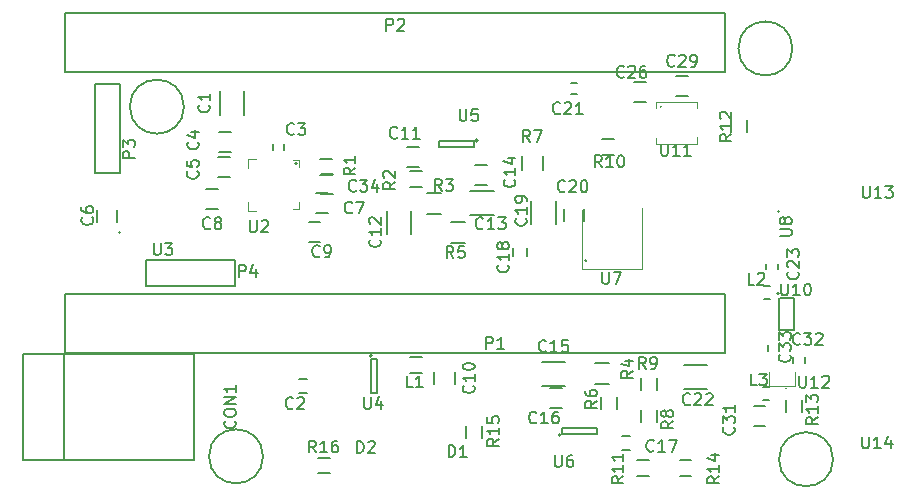
<source format=gto>
G04 #@! TF.FileFunction,Legend,Top*
%FSLAX46Y46*%
G04 Gerber Fmt 4.6, Leading zero omitted, Abs format (unit mm)*
G04 Created by KiCad (PCBNEW 4.0.0-rc1-stable) date 29/02/2016 1:35:43 AM*
%MOMM*%
G01*
G04 APERTURE LIST*
%ADD10C,0.100000*%
%ADD11C,0.150000*%
%ADD12C,0.050000*%
G04 APERTURE END LIST*
D10*
D11*
X92150000Y-80355000D02*
X92650000Y-80355000D01*
X92650000Y-79305000D02*
X92150000Y-79305000D01*
X59047100Y-76645400D02*
G75*
G03X59047100Y-76645400I-100000J0D01*
G01*
X59497100Y-76895400D02*
X58997100Y-76895400D01*
X59497100Y-79795400D02*
X59497100Y-76895400D01*
X58997100Y-79795400D02*
X59497100Y-79795400D01*
X58997100Y-76895400D02*
X58997100Y-79795400D01*
X68020000Y-58430000D02*
G75*
G03X68020000Y-58430000I-100000J0D01*
G01*
X67670000Y-58980000D02*
X67670000Y-58480000D01*
X64770000Y-58980000D02*
X67670000Y-58980000D01*
X64770000Y-58480000D02*
X64770000Y-58980000D01*
X67670000Y-58480000D02*
X64770000Y-58480000D01*
X75025200Y-83353240D02*
G75*
G03X75025200Y-83353240I-100000J0D01*
G01*
X75175200Y-82803240D02*
X75175200Y-83303240D01*
X78075200Y-82803240D02*
X75175200Y-82803240D01*
X78075200Y-83303240D02*
X78075200Y-82803240D01*
X75175200Y-83303240D02*
X78075200Y-83303240D01*
X37765442Y-66217800D02*
G75*
G03X37765442Y-66217800I-71842J0D01*
G01*
D12*
X86541800Y-55156600D02*
X86541800Y-55690000D01*
X83112800Y-55156600D02*
X83112800Y-55690000D01*
X83112800Y-58687200D02*
X83112800Y-58179200D01*
X86541800Y-58687200D02*
X86541800Y-58153800D01*
X83112800Y-55156600D02*
X86541800Y-55156600D01*
X86541800Y-58687200D02*
X83112800Y-58687200D01*
D11*
X83550596Y-55563000D02*
G75*
G03X83550596Y-55563000I-56796J0D01*
G01*
D12*
X76807060Y-64335660D02*
X76807060Y-69250560D01*
X76819760Y-69263260D02*
X81925160Y-69263260D01*
X81925160Y-69263260D02*
X81925160Y-64170560D01*
D11*
X77221802Y-68590160D02*
G75*
G03X77221802Y-68590160I-71842J0D01*
G01*
D12*
X48602900Y-60716500D02*
X48602900Y-60032900D01*
X48602900Y-60032900D02*
X49236500Y-60032900D01*
X49236500Y-64376300D02*
X48602900Y-64376300D01*
X48602900Y-64376300D02*
X48602900Y-63666500D01*
X52857400Y-63666500D02*
X52857400Y-64249300D01*
X52857400Y-64249300D02*
X52349400Y-64249300D01*
X52857400Y-60680600D02*
X52857400Y-60071000D01*
X52857400Y-60071000D02*
X52362100Y-60071000D01*
D11*
X52687942Y-60363100D02*
G75*
G03X52687942Y-60363100I-71842J0D01*
G01*
D12*
X94854400Y-78035000D02*
X94854400Y-79190700D01*
X94854400Y-79190700D02*
X92644600Y-79190700D01*
X92644600Y-79190700D02*
X92644600Y-78035000D01*
D11*
X94102921Y-79393900D02*
G75*
G03X94102921Y-79393900I-35921J0D01*
G01*
X93563942Y-64433400D02*
G75*
G03X93563942Y-64433400I-71842J0D01*
G01*
X37770000Y-53680000D02*
X37770000Y-61180000D01*
X37770000Y-61180000D02*
X35570000Y-61180000D01*
X35570000Y-61180000D02*
X35570000Y-53680000D01*
X35570000Y-53680000D02*
X37770000Y-53680000D01*
X47450000Y-70710000D02*
X39950000Y-70710000D01*
X39950000Y-70710000D02*
X39950000Y-68510000D01*
X39950000Y-68510000D02*
X47450000Y-68510000D01*
X47450000Y-68510000D02*
X47450000Y-70710000D01*
X79550000Y-59665000D02*
X78550000Y-59665000D01*
X78550000Y-58315000D02*
X79550000Y-58315000D01*
X89445000Y-57700000D02*
X89445000Y-56700000D01*
X90795000Y-56700000D02*
X90795000Y-57700000D01*
X45029500Y-64223000D02*
X46029500Y-64223000D01*
X46029500Y-62523000D02*
X45029500Y-62523000D01*
X80202040Y-83459080D02*
X80902040Y-83459080D01*
X80902040Y-84659080D02*
X80202040Y-84659080D01*
X87439760Y-77451160D02*
X85439760Y-77451160D01*
X85439760Y-79501160D02*
X87439760Y-79501160D01*
X83203160Y-81278160D02*
X83203160Y-82278160D01*
X81853160Y-82278160D02*
X81853160Y-81278160D01*
X81878560Y-79550200D02*
X81878560Y-78550200D01*
X83228560Y-78550200D02*
X83228560Y-79550200D01*
X94735000Y-76750000D02*
X94735000Y-77250000D01*
X95685000Y-77250000D02*
X95685000Y-76750000D01*
X75950000Y-54465000D02*
X76450000Y-54465000D01*
X76450000Y-53515000D02*
X75950000Y-53515000D01*
X95475000Y-80390000D02*
X95475000Y-81390000D01*
X94125000Y-81390000D02*
X94125000Y-80390000D01*
X53550000Y-79840000D02*
X52850000Y-79840000D01*
X52850000Y-78640000D02*
X53550000Y-78640000D01*
X46090000Y-59400000D02*
X47090000Y-59400000D01*
X47090000Y-57700000D02*
X46090000Y-57700000D01*
X46000000Y-61540000D02*
X47000000Y-61540000D01*
X47000000Y-59840000D02*
X46000000Y-59840000D01*
X37510000Y-65350000D02*
X37510000Y-64350000D01*
X35810000Y-64350000D02*
X35810000Y-65350000D01*
X54330000Y-64600000D02*
X55330000Y-64600000D01*
X55330000Y-62900000D02*
X54330000Y-62900000D01*
X53700000Y-67010000D02*
X54700000Y-67010000D01*
X54700000Y-65310000D02*
X53700000Y-65310000D01*
X66050000Y-79030000D02*
X66050000Y-78030000D01*
X64350000Y-78030000D02*
X64350000Y-79030000D01*
X63060200Y-58967000D02*
X62060200Y-58967000D01*
X62060200Y-60667000D02*
X63060200Y-60667000D01*
X60316000Y-64379600D02*
X60316000Y-66379600D01*
X62366000Y-66379600D02*
X62366000Y-64379600D01*
X67810000Y-62220000D02*
X68810000Y-62220000D01*
X68810000Y-60520000D02*
X67810000Y-60520000D01*
X75144000Y-79383840D02*
X74144000Y-79383840D01*
X74144000Y-81083840D02*
X75144000Y-81083840D01*
X72189900Y-67506100D02*
X72189900Y-68206100D01*
X70989900Y-68206100D02*
X70989900Y-67506100D01*
X77000000Y-65210000D02*
X77000000Y-64210000D01*
X75300000Y-64210000D02*
X75300000Y-65210000D01*
X92455000Y-68840000D02*
X92455000Y-69340000D01*
X93405000Y-69340000D02*
X93405000Y-68840000D01*
X92370000Y-80870000D02*
X91370000Y-80870000D01*
X91370000Y-82570000D02*
X92370000Y-82570000D01*
X92575000Y-75750000D02*
X92575000Y-76250000D01*
X93525000Y-76250000D02*
X93525000Y-75750000D01*
X55650000Y-61315000D02*
X54650000Y-61315000D01*
X54650000Y-59965000D02*
X55650000Y-59965000D01*
X62288800Y-61047000D02*
X63288800Y-61047000D01*
X63288800Y-62397000D02*
X62288800Y-62397000D01*
X64920000Y-64635000D02*
X63720000Y-64635000D01*
X63720000Y-62885000D02*
X64920000Y-62885000D01*
X77925120Y-77265880D02*
X79125120Y-77265880D01*
X79125120Y-79015880D02*
X77925120Y-79015880D01*
X66930000Y-67095000D02*
X65730000Y-67095000D01*
X65730000Y-65345000D02*
X66930000Y-65345000D01*
X78439400Y-81140240D02*
X78439400Y-80140240D01*
X79789400Y-80140240D02*
X79789400Y-81140240D01*
X73545000Y-59750000D02*
X73545000Y-60950000D01*
X71795000Y-60950000D02*
X71795000Y-59750000D01*
X92720000Y-70755000D02*
X92220000Y-70755000D01*
X92220000Y-71805000D02*
X92720000Y-71805000D01*
X94656000Y-50630000D02*
G75*
G03X94656000Y-50630000I-2286000J0D01*
G01*
X98096000Y-85410000D02*
G75*
G03X98096000Y-85410000I-2286000J0D01*
G01*
X43136000Y-55560000D02*
G75*
G03X43136000Y-55560000I-2286000J0D01*
G01*
X49836000Y-85160000D02*
G75*
G03X49836000Y-85160000I-2286000J0D01*
G01*
X88960000Y-76398000D02*
X76260000Y-76398000D01*
X76260000Y-71398000D02*
X88960000Y-71398000D01*
X33080000Y-76398000D02*
X76260000Y-76398000D01*
X88960000Y-76398000D02*
X88960000Y-71398000D01*
X76260000Y-71398000D02*
X33080000Y-71398000D01*
X33080000Y-71398000D02*
X33080000Y-76398000D01*
X88950000Y-52598000D02*
X76250000Y-52598000D01*
X76250000Y-47598000D02*
X88950000Y-47598000D01*
X33070000Y-52598000D02*
X76250000Y-52598000D01*
X88950000Y-52598000D02*
X88950000Y-47598000D01*
X76250000Y-47598000D02*
X33070000Y-47598000D01*
X33070000Y-47598000D02*
X33070000Y-52598000D01*
X81250000Y-55200000D02*
X82250000Y-55200000D01*
X82250000Y-53500000D02*
X81250000Y-53500000D01*
X85820000Y-52960000D02*
X84820000Y-52960000D01*
X84820000Y-54660000D02*
X85820000Y-54660000D01*
X32989500Y-76469120D02*
X32989500Y-85470880D01*
X29489380Y-76469120D02*
X29489380Y-85470880D01*
X29489380Y-85470880D02*
X43990240Y-85470880D01*
X43990240Y-85470880D02*
X43990240Y-76469120D01*
X43990240Y-76469120D02*
X29489380Y-76469120D01*
X50685000Y-58710000D02*
X50685000Y-59210000D01*
X51635000Y-59210000D02*
X51635000Y-58710000D01*
X54730000Y-62970000D02*
X55730000Y-62970000D01*
X55730000Y-61270000D02*
X54730000Y-61270000D01*
X81540000Y-85515000D02*
X82540000Y-85515000D01*
X82540000Y-86865000D02*
X81540000Y-86865000D01*
X85100000Y-85495000D02*
X86100000Y-85495000D01*
X86100000Y-86845000D02*
X85100000Y-86845000D01*
X93510642Y-71370100D02*
G75*
G03X93510642Y-71370100I-71842J0D01*
G01*
X93578500Y-71801900D02*
X94785000Y-71801900D01*
X94785000Y-71801900D02*
X94785000Y-74481600D01*
X94785000Y-74481600D02*
X93515000Y-74481600D01*
X93515000Y-74481600D02*
X93515000Y-71789200D01*
X63265000Y-78067900D02*
X62265000Y-78067900D01*
X62265000Y-76717900D02*
X63265000Y-76717900D01*
X46175000Y-54250000D02*
X46175000Y-56250000D01*
X48225000Y-56250000D02*
X48225000Y-54250000D01*
X67360000Y-64725000D02*
X69360000Y-64725000D01*
X69360000Y-62675000D02*
X67360000Y-62675000D01*
X75430000Y-77145000D02*
X73430000Y-77145000D01*
X73430000Y-79195000D02*
X75430000Y-79195000D01*
X74605000Y-65510000D02*
X74605000Y-63510000D01*
X72555000Y-63510000D02*
X72555000Y-65510000D01*
X67035000Y-83620000D02*
X67035000Y-82620000D01*
X68385000Y-82620000D02*
X68385000Y-83620000D01*
X55490000Y-86615000D02*
X54490000Y-86615000D01*
X54490000Y-85265000D02*
X55490000Y-85265000D01*
X91623334Y-79152381D02*
X91147143Y-79152381D01*
X91147143Y-78152381D01*
X91861429Y-78152381D02*
X92480477Y-78152381D01*
X92147143Y-78533333D01*
X92290001Y-78533333D01*
X92385239Y-78580952D01*
X92432858Y-78628571D01*
X92480477Y-78723810D01*
X92480477Y-78961905D01*
X92432858Y-79057143D01*
X92385239Y-79104762D01*
X92290001Y-79152381D01*
X92004286Y-79152381D01*
X91909048Y-79104762D01*
X91861429Y-79057143D01*
X58388095Y-80142381D02*
X58388095Y-80951905D01*
X58435714Y-81047143D01*
X58483333Y-81094762D01*
X58578571Y-81142381D01*
X58769048Y-81142381D01*
X58864286Y-81094762D01*
X58911905Y-81047143D01*
X58959524Y-80951905D01*
X58959524Y-80142381D01*
X59864286Y-80475714D02*
X59864286Y-81142381D01*
X59626190Y-80094762D02*
X59388095Y-80809048D01*
X60007143Y-80809048D01*
X66474095Y-55769381D02*
X66474095Y-56578905D01*
X66521714Y-56674143D01*
X66569333Y-56721762D01*
X66664571Y-56769381D01*
X66855048Y-56769381D01*
X66950286Y-56721762D01*
X66997905Y-56674143D01*
X67045524Y-56578905D01*
X67045524Y-55769381D01*
X67997905Y-55769381D02*
X67521714Y-55769381D01*
X67474095Y-56245571D01*
X67521714Y-56197952D01*
X67616952Y-56150333D01*
X67855048Y-56150333D01*
X67950286Y-56197952D01*
X67997905Y-56245571D01*
X68045524Y-56340810D01*
X68045524Y-56578905D01*
X67997905Y-56674143D01*
X67950286Y-56721762D01*
X67855048Y-56769381D01*
X67616952Y-56769381D01*
X67521714Y-56721762D01*
X67474095Y-56674143D01*
X74538095Y-85062381D02*
X74538095Y-85871905D01*
X74585714Y-85967143D01*
X74633333Y-86014762D01*
X74728571Y-86062381D01*
X74919048Y-86062381D01*
X75014286Y-86014762D01*
X75061905Y-85967143D01*
X75109524Y-85871905D01*
X75109524Y-85062381D01*
X76014286Y-85062381D02*
X75823809Y-85062381D01*
X75728571Y-85110000D01*
X75680952Y-85157619D01*
X75585714Y-85300476D01*
X75538095Y-85490952D01*
X75538095Y-85871905D01*
X75585714Y-85967143D01*
X75633333Y-86014762D01*
X75728571Y-86062381D01*
X75919048Y-86062381D01*
X76014286Y-86014762D01*
X76061905Y-85967143D01*
X76109524Y-85871905D01*
X76109524Y-85633810D01*
X76061905Y-85538571D01*
X76014286Y-85490952D01*
X75919048Y-85443333D01*
X75728571Y-85443333D01*
X75633333Y-85490952D01*
X75585714Y-85538571D01*
X75538095Y-85633810D01*
X40589295Y-67117981D02*
X40589295Y-67927505D01*
X40636914Y-68022743D01*
X40684533Y-68070362D01*
X40779771Y-68117981D01*
X40970248Y-68117981D01*
X41065486Y-68070362D01*
X41113105Y-68022743D01*
X41160724Y-67927505D01*
X41160724Y-67117981D01*
X41541676Y-67117981D02*
X42160724Y-67117981D01*
X41827390Y-67498933D01*
X41970248Y-67498933D01*
X42065486Y-67546552D01*
X42113105Y-67594171D01*
X42160724Y-67689410D01*
X42160724Y-67927505D01*
X42113105Y-68022743D01*
X42065486Y-68070362D01*
X41970248Y-68117981D01*
X41684533Y-68117981D01*
X41589295Y-68070362D01*
X41541676Y-68022743D01*
X83538395Y-58714591D02*
X83538395Y-59524115D01*
X83586014Y-59619353D01*
X83633633Y-59666972D01*
X83728871Y-59714591D01*
X83919348Y-59714591D01*
X84014586Y-59666972D01*
X84062205Y-59619353D01*
X84109824Y-59524115D01*
X84109824Y-58714591D01*
X85109824Y-59714591D02*
X84538395Y-59714591D01*
X84824109Y-59714591D02*
X84824109Y-58714591D01*
X84728871Y-58857448D01*
X84633633Y-58952686D01*
X84538395Y-59000305D01*
X86062205Y-59714591D02*
X85490776Y-59714591D01*
X85776490Y-59714591D02*
X85776490Y-58714591D01*
X85681252Y-58857448D01*
X85586014Y-58952686D01*
X85490776Y-59000305D01*
X78562295Y-69558921D02*
X78562295Y-70368445D01*
X78609914Y-70463683D01*
X78657533Y-70511302D01*
X78752771Y-70558921D01*
X78943248Y-70558921D01*
X79038486Y-70511302D01*
X79086105Y-70463683D01*
X79133724Y-70368445D01*
X79133724Y-69558921D01*
X79514676Y-69558921D02*
X80181343Y-69558921D01*
X79752771Y-70558921D01*
X48717295Y-65187581D02*
X48717295Y-65997105D01*
X48764914Y-66092343D01*
X48812533Y-66139962D01*
X48907771Y-66187581D01*
X49098248Y-66187581D01*
X49193486Y-66139962D01*
X49241105Y-66092343D01*
X49288724Y-65997105D01*
X49288724Y-65187581D01*
X49717295Y-65282819D02*
X49764914Y-65235200D01*
X49860152Y-65187581D01*
X50098248Y-65187581D01*
X50193486Y-65235200D01*
X50241105Y-65282819D01*
X50288724Y-65378057D01*
X50288724Y-65473295D01*
X50241105Y-65616152D01*
X49669676Y-66187581D01*
X50288724Y-66187581D01*
X95241905Y-78352381D02*
X95241905Y-79161905D01*
X95289524Y-79257143D01*
X95337143Y-79304762D01*
X95432381Y-79352381D01*
X95622858Y-79352381D01*
X95718096Y-79304762D01*
X95765715Y-79257143D01*
X95813334Y-79161905D01*
X95813334Y-78352381D01*
X96813334Y-79352381D02*
X96241905Y-79352381D01*
X96527619Y-79352381D02*
X96527619Y-78352381D01*
X96432381Y-78495238D01*
X96337143Y-78590476D01*
X96241905Y-78638095D01*
X97194286Y-78447619D02*
X97241905Y-78400000D01*
X97337143Y-78352381D01*
X97575239Y-78352381D01*
X97670477Y-78400000D01*
X97718096Y-78447619D01*
X97765715Y-78542857D01*
X97765715Y-78638095D01*
X97718096Y-78780952D01*
X97146667Y-79352381D01*
X97765715Y-79352381D01*
X93597381Y-66506905D02*
X94406905Y-66506905D01*
X94502143Y-66459286D01*
X94549762Y-66411667D01*
X94597381Y-66316429D01*
X94597381Y-66125952D01*
X94549762Y-66030714D01*
X94502143Y-65983095D01*
X94406905Y-65935476D01*
X93597381Y-65935476D01*
X94025952Y-65316429D02*
X93978333Y-65411667D01*
X93930714Y-65459286D01*
X93835476Y-65506905D01*
X93787857Y-65506905D01*
X93692619Y-65459286D01*
X93645000Y-65411667D01*
X93597381Y-65316429D01*
X93597381Y-65125952D01*
X93645000Y-65030714D01*
X93692619Y-64983095D01*
X93787857Y-64935476D01*
X93835476Y-64935476D01*
X93930714Y-64983095D01*
X93978333Y-65030714D01*
X94025952Y-65125952D01*
X94025952Y-65316429D01*
X94073571Y-65411667D01*
X94121190Y-65459286D01*
X94216429Y-65506905D01*
X94406905Y-65506905D01*
X94502143Y-65459286D01*
X94549762Y-65411667D01*
X94597381Y-65316429D01*
X94597381Y-65125952D01*
X94549762Y-65030714D01*
X94502143Y-64983095D01*
X94406905Y-64935476D01*
X94216429Y-64935476D01*
X94121190Y-64983095D01*
X94073571Y-65030714D01*
X94025952Y-65125952D01*
X100565505Y-83488781D02*
X100565505Y-84298305D01*
X100613124Y-84393543D01*
X100660743Y-84441162D01*
X100755981Y-84488781D01*
X100946458Y-84488781D01*
X101041696Y-84441162D01*
X101089315Y-84393543D01*
X101136934Y-84298305D01*
X101136934Y-83488781D01*
X102136934Y-84488781D02*
X101565505Y-84488781D01*
X101851219Y-84488781D02*
X101851219Y-83488781D01*
X101755981Y-83631638D01*
X101660743Y-83726876D01*
X101565505Y-83774495D01*
X102994077Y-83822114D02*
X102994077Y-84488781D01*
X102755981Y-83441162D02*
X102517886Y-84155448D01*
X103136934Y-84155448D01*
X100625505Y-62272381D02*
X100625505Y-63081905D01*
X100673124Y-63177143D01*
X100720743Y-63224762D01*
X100815981Y-63272381D01*
X101006458Y-63272381D01*
X101101696Y-63224762D01*
X101149315Y-63177143D01*
X101196934Y-63081905D01*
X101196934Y-62272381D01*
X102196934Y-63272381D02*
X101625505Y-63272381D01*
X101911219Y-63272381D02*
X101911219Y-62272381D01*
X101815981Y-62415238D01*
X101720743Y-62510476D01*
X101625505Y-62558095D01*
X102530267Y-62272381D02*
X103149315Y-62272381D01*
X102815981Y-62653333D01*
X102958839Y-62653333D01*
X103054077Y-62700952D01*
X103101696Y-62748571D01*
X103149315Y-62843810D01*
X103149315Y-63081905D01*
X103101696Y-63177143D01*
X103054077Y-63224762D01*
X102958839Y-63272381D01*
X102673124Y-63272381D01*
X102577886Y-63224762D01*
X102530267Y-63177143D01*
X38989281Y-59895295D02*
X37989281Y-59895295D01*
X37989281Y-59514342D01*
X38036900Y-59419104D01*
X38084519Y-59371485D01*
X38179757Y-59323866D01*
X38322614Y-59323866D01*
X38417852Y-59371485D01*
X38465471Y-59419104D01*
X38513090Y-59514342D01*
X38513090Y-59895295D01*
X37989281Y-58990533D02*
X37989281Y-58371485D01*
X38370233Y-58704819D01*
X38370233Y-58561961D01*
X38417852Y-58466723D01*
X38465471Y-58419104D01*
X38560710Y-58371485D01*
X38798805Y-58371485D01*
X38894043Y-58419104D01*
X38941662Y-58466723D01*
X38989281Y-58561961D01*
X38989281Y-58847676D01*
X38941662Y-58942914D01*
X38894043Y-58990533D01*
X47821905Y-69962381D02*
X47821905Y-68962381D01*
X48202858Y-68962381D01*
X48298096Y-69010000D01*
X48345715Y-69057619D01*
X48393334Y-69152857D01*
X48393334Y-69295714D01*
X48345715Y-69390952D01*
X48298096Y-69438571D01*
X48202858Y-69486190D01*
X47821905Y-69486190D01*
X49250477Y-69295714D02*
X49250477Y-69962381D01*
X49012381Y-68914762D02*
X48774286Y-69629048D01*
X49393334Y-69629048D01*
X78507143Y-60682381D02*
X78173809Y-60206190D01*
X77935714Y-60682381D02*
X77935714Y-59682381D01*
X78316667Y-59682381D01*
X78411905Y-59730000D01*
X78459524Y-59777619D01*
X78507143Y-59872857D01*
X78507143Y-60015714D01*
X78459524Y-60110952D01*
X78411905Y-60158571D01*
X78316667Y-60206190D01*
X77935714Y-60206190D01*
X79459524Y-60682381D02*
X78888095Y-60682381D01*
X79173809Y-60682381D02*
X79173809Y-59682381D01*
X79078571Y-59825238D01*
X78983333Y-59920476D01*
X78888095Y-59968095D01*
X80078571Y-59682381D02*
X80173810Y-59682381D01*
X80269048Y-59730000D01*
X80316667Y-59777619D01*
X80364286Y-59872857D01*
X80411905Y-60063333D01*
X80411905Y-60301429D01*
X80364286Y-60491905D01*
X80316667Y-60587143D01*
X80269048Y-60634762D01*
X80173810Y-60682381D01*
X80078571Y-60682381D01*
X79983333Y-60634762D01*
X79935714Y-60587143D01*
X79888095Y-60491905D01*
X79840476Y-60301429D01*
X79840476Y-60063333D01*
X79888095Y-59872857D01*
X79935714Y-59777619D01*
X79983333Y-59730000D01*
X80078571Y-59682381D01*
X89492381Y-57902857D02*
X89016190Y-58236191D01*
X89492381Y-58474286D02*
X88492381Y-58474286D01*
X88492381Y-58093333D01*
X88540000Y-57998095D01*
X88587619Y-57950476D01*
X88682857Y-57902857D01*
X88825714Y-57902857D01*
X88920952Y-57950476D01*
X88968571Y-57998095D01*
X89016190Y-58093333D01*
X89016190Y-58474286D01*
X89492381Y-56950476D02*
X89492381Y-57521905D01*
X89492381Y-57236191D02*
X88492381Y-57236191D01*
X88635238Y-57331429D01*
X88730476Y-57426667D01*
X88778095Y-57521905D01*
X88587619Y-56569524D02*
X88540000Y-56521905D01*
X88492381Y-56426667D01*
X88492381Y-56188571D01*
X88540000Y-56093333D01*
X88587619Y-56045714D01*
X88682857Y-55998095D01*
X88778095Y-55998095D01*
X88920952Y-56045714D01*
X89492381Y-56617143D01*
X89492381Y-55998095D01*
X45362834Y-65830143D02*
X45315215Y-65877762D01*
X45172358Y-65925381D01*
X45077120Y-65925381D01*
X44934262Y-65877762D01*
X44839024Y-65782524D01*
X44791405Y-65687286D01*
X44743786Y-65496810D01*
X44743786Y-65353952D01*
X44791405Y-65163476D01*
X44839024Y-65068238D01*
X44934262Y-64973000D01*
X45077120Y-64925381D01*
X45172358Y-64925381D01*
X45315215Y-64973000D01*
X45362834Y-65020619D01*
X45934262Y-65353952D02*
X45839024Y-65306333D01*
X45791405Y-65258714D01*
X45743786Y-65163476D01*
X45743786Y-65115857D01*
X45791405Y-65020619D01*
X45839024Y-64973000D01*
X45934262Y-64925381D01*
X46124739Y-64925381D01*
X46219977Y-64973000D01*
X46267596Y-65020619D01*
X46315215Y-65115857D01*
X46315215Y-65163476D01*
X46267596Y-65258714D01*
X46219977Y-65306333D01*
X46124739Y-65353952D01*
X45934262Y-65353952D01*
X45839024Y-65401571D01*
X45791405Y-65449190D01*
X45743786Y-65544429D01*
X45743786Y-65734905D01*
X45791405Y-65830143D01*
X45839024Y-65877762D01*
X45934262Y-65925381D01*
X46124739Y-65925381D01*
X46219977Y-65877762D01*
X46267596Y-65830143D01*
X46315215Y-65734905D01*
X46315215Y-65544429D01*
X46267596Y-65449190D01*
X46219977Y-65401571D01*
X46124739Y-65353952D01*
X82917143Y-84667143D02*
X82869524Y-84714762D01*
X82726667Y-84762381D01*
X82631429Y-84762381D01*
X82488571Y-84714762D01*
X82393333Y-84619524D01*
X82345714Y-84524286D01*
X82298095Y-84333810D01*
X82298095Y-84190952D01*
X82345714Y-84000476D01*
X82393333Y-83905238D01*
X82488571Y-83810000D01*
X82631429Y-83762381D01*
X82726667Y-83762381D01*
X82869524Y-83810000D01*
X82917143Y-83857619D01*
X83869524Y-84762381D02*
X83298095Y-84762381D01*
X83583809Y-84762381D02*
X83583809Y-83762381D01*
X83488571Y-83905238D01*
X83393333Y-84000476D01*
X83298095Y-84048095D01*
X84202857Y-83762381D02*
X84869524Y-83762381D01*
X84440952Y-84762381D01*
X86007143Y-80737143D02*
X85959524Y-80784762D01*
X85816667Y-80832381D01*
X85721429Y-80832381D01*
X85578571Y-80784762D01*
X85483333Y-80689524D01*
X85435714Y-80594286D01*
X85388095Y-80403810D01*
X85388095Y-80260952D01*
X85435714Y-80070476D01*
X85483333Y-79975238D01*
X85578571Y-79880000D01*
X85721429Y-79832381D01*
X85816667Y-79832381D01*
X85959524Y-79880000D01*
X86007143Y-79927619D01*
X86388095Y-79927619D02*
X86435714Y-79880000D01*
X86530952Y-79832381D01*
X86769048Y-79832381D01*
X86864286Y-79880000D01*
X86911905Y-79927619D01*
X86959524Y-80022857D01*
X86959524Y-80118095D01*
X86911905Y-80260952D01*
X86340476Y-80832381D01*
X86959524Y-80832381D01*
X87340476Y-79927619D02*
X87388095Y-79880000D01*
X87483333Y-79832381D01*
X87721429Y-79832381D01*
X87816667Y-79880000D01*
X87864286Y-79927619D01*
X87911905Y-80022857D01*
X87911905Y-80118095D01*
X87864286Y-80260952D01*
X87292857Y-80832381D01*
X87911905Y-80832381D01*
X84568041Y-82198826D02*
X84091850Y-82532160D01*
X84568041Y-82770255D02*
X83568041Y-82770255D01*
X83568041Y-82389302D01*
X83615660Y-82294064D01*
X83663279Y-82246445D01*
X83758517Y-82198826D01*
X83901374Y-82198826D01*
X83996612Y-82246445D01*
X84044231Y-82294064D01*
X84091850Y-82389302D01*
X84091850Y-82770255D01*
X83996612Y-81627398D02*
X83948993Y-81722636D01*
X83901374Y-81770255D01*
X83806136Y-81817874D01*
X83758517Y-81817874D01*
X83663279Y-81770255D01*
X83615660Y-81722636D01*
X83568041Y-81627398D01*
X83568041Y-81436921D01*
X83615660Y-81341683D01*
X83663279Y-81294064D01*
X83758517Y-81246445D01*
X83806136Y-81246445D01*
X83901374Y-81294064D01*
X83948993Y-81341683D01*
X83996612Y-81436921D01*
X83996612Y-81627398D01*
X84044231Y-81722636D01*
X84091850Y-81770255D01*
X84187089Y-81817874D01*
X84377565Y-81817874D01*
X84472803Y-81770255D01*
X84520422Y-81722636D01*
X84568041Y-81627398D01*
X84568041Y-81436921D01*
X84520422Y-81341683D01*
X84472803Y-81294064D01*
X84377565Y-81246445D01*
X84187089Y-81246445D01*
X84091850Y-81294064D01*
X84044231Y-81341683D01*
X83996612Y-81436921D01*
X82233334Y-77762381D02*
X81900000Y-77286190D01*
X81661905Y-77762381D02*
X81661905Y-76762381D01*
X82042858Y-76762381D01*
X82138096Y-76810000D01*
X82185715Y-76857619D01*
X82233334Y-76952857D01*
X82233334Y-77095714D01*
X82185715Y-77190952D01*
X82138096Y-77238571D01*
X82042858Y-77286190D01*
X81661905Y-77286190D01*
X82709524Y-77762381D02*
X82900000Y-77762381D01*
X82995239Y-77714762D01*
X83042858Y-77667143D01*
X83138096Y-77524286D01*
X83185715Y-77333810D01*
X83185715Y-76952857D01*
X83138096Y-76857619D01*
X83090477Y-76810000D01*
X82995239Y-76762381D01*
X82804762Y-76762381D01*
X82709524Y-76810000D01*
X82661905Y-76857619D01*
X82614286Y-76952857D01*
X82614286Y-77190952D01*
X82661905Y-77286190D01*
X82709524Y-77333810D01*
X82804762Y-77381429D01*
X82995239Y-77381429D01*
X83090477Y-77333810D01*
X83138096Y-77286190D01*
X83185715Y-77190952D01*
X95307143Y-75627143D02*
X95259524Y-75674762D01*
X95116667Y-75722381D01*
X95021429Y-75722381D01*
X94878571Y-75674762D01*
X94783333Y-75579524D01*
X94735714Y-75484286D01*
X94688095Y-75293810D01*
X94688095Y-75150952D01*
X94735714Y-74960476D01*
X94783333Y-74865238D01*
X94878571Y-74770000D01*
X95021429Y-74722381D01*
X95116667Y-74722381D01*
X95259524Y-74770000D01*
X95307143Y-74817619D01*
X95640476Y-74722381D02*
X96259524Y-74722381D01*
X95926190Y-75103333D01*
X96069048Y-75103333D01*
X96164286Y-75150952D01*
X96211905Y-75198571D01*
X96259524Y-75293810D01*
X96259524Y-75531905D01*
X96211905Y-75627143D01*
X96164286Y-75674762D01*
X96069048Y-75722381D01*
X95783333Y-75722381D01*
X95688095Y-75674762D01*
X95640476Y-75627143D01*
X96640476Y-74817619D02*
X96688095Y-74770000D01*
X96783333Y-74722381D01*
X97021429Y-74722381D01*
X97116667Y-74770000D01*
X97164286Y-74817619D01*
X97211905Y-74912857D01*
X97211905Y-75008095D01*
X97164286Y-75150952D01*
X96592857Y-75722381D01*
X97211905Y-75722381D01*
X74987143Y-56097143D02*
X74939524Y-56144762D01*
X74796667Y-56192381D01*
X74701429Y-56192381D01*
X74558571Y-56144762D01*
X74463333Y-56049524D01*
X74415714Y-55954286D01*
X74368095Y-55763810D01*
X74368095Y-55620952D01*
X74415714Y-55430476D01*
X74463333Y-55335238D01*
X74558571Y-55240000D01*
X74701429Y-55192381D01*
X74796667Y-55192381D01*
X74939524Y-55240000D01*
X74987143Y-55287619D01*
X75368095Y-55287619D02*
X75415714Y-55240000D01*
X75510952Y-55192381D01*
X75749048Y-55192381D01*
X75844286Y-55240000D01*
X75891905Y-55287619D01*
X75939524Y-55382857D01*
X75939524Y-55478095D01*
X75891905Y-55620952D01*
X75320476Y-56192381D01*
X75939524Y-56192381D01*
X76891905Y-56192381D02*
X76320476Y-56192381D01*
X76606190Y-56192381D02*
X76606190Y-55192381D01*
X76510952Y-55335238D01*
X76415714Y-55430476D01*
X76320476Y-55478095D01*
X96812381Y-81862857D02*
X96336190Y-82196191D01*
X96812381Y-82434286D02*
X95812381Y-82434286D01*
X95812381Y-82053333D01*
X95860000Y-81958095D01*
X95907619Y-81910476D01*
X96002857Y-81862857D01*
X96145714Y-81862857D01*
X96240952Y-81910476D01*
X96288571Y-81958095D01*
X96336190Y-82053333D01*
X96336190Y-82434286D01*
X96812381Y-80910476D02*
X96812381Y-81481905D01*
X96812381Y-81196191D02*
X95812381Y-81196191D01*
X95955238Y-81291429D01*
X96050476Y-81386667D01*
X96098095Y-81481905D01*
X95812381Y-80577143D02*
X95812381Y-79958095D01*
X96193333Y-80291429D01*
X96193333Y-80148571D01*
X96240952Y-80053333D01*
X96288571Y-80005714D01*
X96383810Y-79958095D01*
X96621905Y-79958095D01*
X96717143Y-80005714D01*
X96764762Y-80053333D01*
X96812381Y-80148571D01*
X96812381Y-80434286D01*
X96764762Y-80529524D01*
X96717143Y-80577143D01*
X52363334Y-81077143D02*
X52315715Y-81124762D01*
X52172858Y-81172381D01*
X52077620Y-81172381D01*
X51934762Y-81124762D01*
X51839524Y-81029524D01*
X51791905Y-80934286D01*
X51744286Y-80743810D01*
X51744286Y-80600952D01*
X51791905Y-80410476D01*
X51839524Y-80315238D01*
X51934762Y-80220000D01*
X52077620Y-80172381D01*
X52172858Y-80172381D01*
X52315715Y-80220000D01*
X52363334Y-80267619D01*
X52744286Y-80267619D02*
X52791905Y-80220000D01*
X52887143Y-80172381D01*
X53125239Y-80172381D01*
X53220477Y-80220000D01*
X53268096Y-80267619D01*
X53315715Y-80362857D01*
X53315715Y-80458095D01*
X53268096Y-80600952D01*
X52696667Y-81172381D01*
X53315715Y-81172381D01*
X44317143Y-58556666D02*
X44364762Y-58604285D01*
X44412381Y-58747142D01*
X44412381Y-58842380D01*
X44364762Y-58985238D01*
X44269524Y-59080476D01*
X44174286Y-59128095D01*
X43983810Y-59175714D01*
X43840952Y-59175714D01*
X43650476Y-59128095D01*
X43555238Y-59080476D01*
X43460000Y-58985238D01*
X43412381Y-58842380D01*
X43412381Y-58747142D01*
X43460000Y-58604285D01*
X43507619Y-58556666D01*
X43745714Y-57699523D02*
X44412381Y-57699523D01*
X43364762Y-57937619D02*
X44079048Y-58175714D01*
X44079048Y-57556666D01*
X44287143Y-61026666D02*
X44334762Y-61074285D01*
X44382381Y-61217142D01*
X44382381Y-61312380D01*
X44334762Y-61455238D01*
X44239524Y-61550476D01*
X44144286Y-61598095D01*
X43953810Y-61645714D01*
X43810952Y-61645714D01*
X43620476Y-61598095D01*
X43525238Y-61550476D01*
X43430000Y-61455238D01*
X43382381Y-61312380D01*
X43382381Y-61217142D01*
X43430000Y-61074285D01*
X43477619Y-61026666D01*
X43382381Y-60121904D02*
X43382381Y-60598095D01*
X43858571Y-60645714D01*
X43810952Y-60598095D01*
X43763333Y-60502857D01*
X43763333Y-60264761D01*
X43810952Y-60169523D01*
X43858571Y-60121904D01*
X43953810Y-60074285D01*
X44191905Y-60074285D01*
X44287143Y-60121904D01*
X44334762Y-60169523D01*
X44382381Y-60264761D01*
X44382381Y-60502857D01*
X44334762Y-60598095D01*
X44287143Y-60645714D01*
X35367143Y-64936666D02*
X35414762Y-64984285D01*
X35462381Y-65127142D01*
X35462381Y-65222380D01*
X35414762Y-65365238D01*
X35319524Y-65460476D01*
X35224286Y-65508095D01*
X35033810Y-65555714D01*
X34890952Y-65555714D01*
X34700476Y-65508095D01*
X34605238Y-65460476D01*
X34510000Y-65365238D01*
X34462381Y-65222380D01*
X34462381Y-65127142D01*
X34510000Y-64984285D01*
X34557619Y-64936666D01*
X34462381Y-64079523D02*
X34462381Y-64270000D01*
X34510000Y-64365238D01*
X34557619Y-64412857D01*
X34700476Y-64508095D01*
X34890952Y-64555714D01*
X35271905Y-64555714D01*
X35367143Y-64508095D01*
X35414762Y-64460476D01*
X35462381Y-64365238D01*
X35462381Y-64174761D01*
X35414762Y-64079523D01*
X35367143Y-64031904D01*
X35271905Y-63984285D01*
X35033810Y-63984285D01*
X34938571Y-64031904D01*
X34890952Y-64079523D01*
X34843333Y-64174761D01*
X34843333Y-64365238D01*
X34890952Y-64460476D01*
X34938571Y-64508095D01*
X35033810Y-64555714D01*
X57383334Y-64507143D02*
X57335715Y-64554762D01*
X57192858Y-64602381D01*
X57097620Y-64602381D01*
X56954762Y-64554762D01*
X56859524Y-64459524D01*
X56811905Y-64364286D01*
X56764286Y-64173810D01*
X56764286Y-64030952D01*
X56811905Y-63840476D01*
X56859524Y-63745238D01*
X56954762Y-63650000D01*
X57097620Y-63602381D01*
X57192858Y-63602381D01*
X57335715Y-63650000D01*
X57383334Y-63697619D01*
X57716667Y-63602381D02*
X58383334Y-63602381D01*
X57954762Y-64602381D01*
X54633334Y-68207143D02*
X54585715Y-68254762D01*
X54442858Y-68302381D01*
X54347620Y-68302381D01*
X54204762Y-68254762D01*
X54109524Y-68159524D01*
X54061905Y-68064286D01*
X54014286Y-67873810D01*
X54014286Y-67730952D01*
X54061905Y-67540476D01*
X54109524Y-67445238D01*
X54204762Y-67350000D01*
X54347620Y-67302381D01*
X54442858Y-67302381D01*
X54585715Y-67350000D01*
X54633334Y-67397619D01*
X55109524Y-68302381D02*
X55300000Y-68302381D01*
X55395239Y-68254762D01*
X55442858Y-68207143D01*
X55538096Y-68064286D01*
X55585715Y-67873810D01*
X55585715Y-67492857D01*
X55538096Y-67397619D01*
X55490477Y-67350000D01*
X55395239Y-67302381D01*
X55204762Y-67302381D01*
X55109524Y-67350000D01*
X55061905Y-67397619D01*
X55014286Y-67492857D01*
X55014286Y-67730952D01*
X55061905Y-67826190D01*
X55109524Y-67873810D01*
X55204762Y-67921429D01*
X55395239Y-67921429D01*
X55490477Y-67873810D01*
X55538096Y-67826190D01*
X55585715Y-67730952D01*
X67657143Y-79172857D02*
X67704762Y-79220476D01*
X67752381Y-79363333D01*
X67752381Y-79458571D01*
X67704762Y-79601429D01*
X67609524Y-79696667D01*
X67514286Y-79744286D01*
X67323810Y-79791905D01*
X67180952Y-79791905D01*
X66990476Y-79744286D01*
X66895238Y-79696667D01*
X66800000Y-79601429D01*
X66752381Y-79458571D01*
X66752381Y-79363333D01*
X66800000Y-79220476D01*
X66847619Y-79172857D01*
X67752381Y-78220476D02*
X67752381Y-78791905D01*
X67752381Y-78506191D02*
X66752381Y-78506191D01*
X66895238Y-78601429D01*
X66990476Y-78696667D01*
X67038095Y-78791905D01*
X66752381Y-77601429D02*
X66752381Y-77506190D01*
X66800000Y-77410952D01*
X66847619Y-77363333D01*
X66942857Y-77315714D01*
X67133333Y-77268095D01*
X67371429Y-77268095D01*
X67561905Y-77315714D01*
X67657143Y-77363333D01*
X67704762Y-77410952D01*
X67752381Y-77506190D01*
X67752381Y-77601429D01*
X67704762Y-77696667D01*
X67657143Y-77744286D01*
X67561905Y-77791905D01*
X67371429Y-77839524D01*
X67133333Y-77839524D01*
X66942857Y-77791905D01*
X66847619Y-77744286D01*
X66800000Y-77696667D01*
X66752381Y-77601429D01*
X61187143Y-58167143D02*
X61139524Y-58214762D01*
X60996667Y-58262381D01*
X60901429Y-58262381D01*
X60758571Y-58214762D01*
X60663333Y-58119524D01*
X60615714Y-58024286D01*
X60568095Y-57833810D01*
X60568095Y-57690952D01*
X60615714Y-57500476D01*
X60663333Y-57405238D01*
X60758571Y-57310000D01*
X60901429Y-57262381D01*
X60996667Y-57262381D01*
X61139524Y-57310000D01*
X61187143Y-57357619D01*
X62139524Y-58262381D02*
X61568095Y-58262381D01*
X61853809Y-58262381D02*
X61853809Y-57262381D01*
X61758571Y-57405238D01*
X61663333Y-57500476D01*
X61568095Y-57548095D01*
X63091905Y-58262381D02*
X62520476Y-58262381D01*
X62806190Y-58262381D02*
X62806190Y-57262381D01*
X62710952Y-57405238D01*
X62615714Y-57500476D01*
X62520476Y-57548095D01*
X59717143Y-66822857D02*
X59764762Y-66870476D01*
X59812381Y-67013333D01*
X59812381Y-67108571D01*
X59764762Y-67251429D01*
X59669524Y-67346667D01*
X59574286Y-67394286D01*
X59383810Y-67441905D01*
X59240952Y-67441905D01*
X59050476Y-67394286D01*
X58955238Y-67346667D01*
X58860000Y-67251429D01*
X58812381Y-67108571D01*
X58812381Y-67013333D01*
X58860000Y-66870476D01*
X58907619Y-66822857D01*
X59812381Y-65870476D02*
X59812381Y-66441905D01*
X59812381Y-66156191D02*
X58812381Y-66156191D01*
X58955238Y-66251429D01*
X59050476Y-66346667D01*
X59098095Y-66441905D01*
X58907619Y-65489524D02*
X58860000Y-65441905D01*
X58812381Y-65346667D01*
X58812381Y-65108571D01*
X58860000Y-65013333D01*
X58907619Y-64965714D01*
X59002857Y-64918095D01*
X59098095Y-64918095D01*
X59240952Y-64965714D01*
X59812381Y-65537143D01*
X59812381Y-64918095D01*
X71117143Y-61732857D02*
X71164762Y-61780476D01*
X71212381Y-61923333D01*
X71212381Y-62018571D01*
X71164762Y-62161429D01*
X71069524Y-62256667D01*
X70974286Y-62304286D01*
X70783810Y-62351905D01*
X70640952Y-62351905D01*
X70450476Y-62304286D01*
X70355238Y-62256667D01*
X70260000Y-62161429D01*
X70212381Y-62018571D01*
X70212381Y-61923333D01*
X70260000Y-61780476D01*
X70307619Y-61732857D01*
X71212381Y-60780476D02*
X71212381Y-61351905D01*
X71212381Y-61066191D02*
X70212381Y-61066191D01*
X70355238Y-61161429D01*
X70450476Y-61256667D01*
X70498095Y-61351905D01*
X70545714Y-59923333D02*
X71212381Y-59923333D01*
X70164762Y-60161429D02*
X70879048Y-60399524D01*
X70879048Y-59780476D01*
X72987143Y-82277143D02*
X72939524Y-82324762D01*
X72796667Y-82372381D01*
X72701429Y-82372381D01*
X72558571Y-82324762D01*
X72463333Y-82229524D01*
X72415714Y-82134286D01*
X72368095Y-81943810D01*
X72368095Y-81800952D01*
X72415714Y-81610476D01*
X72463333Y-81515238D01*
X72558571Y-81420000D01*
X72701429Y-81372381D01*
X72796667Y-81372381D01*
X72939524Y-81420000D01*
X72987143Y-81467619D01*
X73939524Y-82372381D02*
X73368095Y-82372381D01*
X73653809Y-82372381D02*
X73653809Y-81372381D01*
X73558571Y-81515238D01*
X73463333Y-81610476D01*
X73368095Y-81658095D01*
X74796667Y-81372381D02*
X74606190Y-81372381D01*
X74510952Y-81420000D01*
X74463333Y-81467619D01*
X74368095Y-81610476D01*
X74320476Y-81800952D01*
X74320476Y-82181905D01*
X74368095Y-82277143D01*
X74415714Y-82324762D01*
X74510952Y-82372381D01*
X74701429Y-82372381D01*
X74796667Y-82324762D01*
X74844286Y-82277143D01*
X74891905Y-82181905D01*
X74891905Y-81943810D01*
X74844286Y-81848571D01*
X74796667Y-81800952D01*
X74701429Y-81753333D01*
X74510952Y-81753333D01*
X74415714Y-81800952D01*
X74368095Y-81848571D01*
X74320476Y-81943810D01*
X70567143Y-68962857D02*
X70614762Y-69010476D01*
X70662381Y-69153333D01*
X70662381Y-69248571D01*
X70614762Y-69391429D01*
X70519524Y-69486667D01*
X70424286Y-69534286D01*
X70233810Y-69581905D01*
X70090952Y-69581905D01*
X69900476Y-69534286D01*
X69805238Y-69486667D01*
X69710000Y-69391429D01*
X69662381Y-69248571D01*
X69662381Y-69153333D01*
X69710000Y-69010476D01*
X69757619Y-68962857D01*
X70662381Y-68010476D02*
X70662381Y-68581905D01*
X70662381Y-68296191D02*
X69662381Y-68296191D01*
X69805238Y-68391429D01*
X69900476Y-68486667D01*
X69948095Y-68581905D01*
X70090952Y-67439048D02*
X70043333Y-67534286D01*
X69995714Y-67581905D01*
X69900476Y-67629524D01*
X69852857Y-67629524D01*
X69757619Y-67581905D01*
X69710000Y-67534286D01*
X69662381Y-67439048D01*
X69662381Y-67248571D01*
X69710000Y-67153333D01*
X69757619Y-67105714D01*
X69852857Y-67058095D01*
X69900476Y-67058095D01*
X69995714Y-67105714D01*
X70043333Y-67153333D01*
X70090952Y-67248571D01*
X70090952Y-67439048D01*
X70138571Y-67534286D01*
X70186190Y-67581905D01*
X70281429Y-67629524D01*
X70471905Y-67629524D01*
X70567143Y-67581905D01*
X70614762Y-67534286D01*
X70662381Y-67439048D01*
X70662381Y-67248571D01*
X70614762Y-67153333D01*
X70567143Y-67105714D01*
X70471905Y-67058095D01*
X70281429Y-67058095D01*
X70186190Y-67105714D01*
X70138571Y-67153333D01*
X70090952Y-67248571D01*
X75390543Y-62703343D02*
X75342924Y-62750962D01*
X75200067Y-62798581D01*
X75104829Y-62798581D01*
X74961971Y-62750962D01*
X74866733Y-62655724D01*
X74819114Y-62560486D01*
X74771495Y-62370010D01*
X74771495Y-62227152D01*
X74819114Y-62036676D01*
X74866733Y-61941438D01*
X74961971Y-61846200D01*
X75104829Y-61798581D01*
X75200067Y-61798581D01*
X75342924Y-61846200D01*
X75390543Y-61893819D01*
X75771495Y-61893819D02*
X75819114Y-61846200D01*
X75914352Y-61798581D01*
X76152448Y-61798581D01*
X76247686Y-61846200D01*
X76295305Y-61893819D01*
X76342924Y-61989057D01*
X76342924Y-62084295D01*
X76295305Y-62227152D01*
X75723876Y-62798581D01*
X76342924Y-62798581D01*
X76961971Y-61798581D02*
X77057210Y-61798581D01*
X77152448Y-61846200D01*
X77200067Y-61893819D01*
X77247686Y-61989057D01*
X77295305Y-62179533D01*
X77295305Y-62417629D01*
X77247686Y-62608105D01*
X77200067Y-62703343D01*
X77152448Y-62750962D01*
X77057210Y-62798581D01*
X76961971Y-62798581D01*
X76866733Y-62750962D01*
X76819114Y-62703343D01*
X76771495Y-62608105D01*
X76723876Y-62417629D01*
X76723876Y-62179533D01*
X76771495Y-61989057D01*
X76819114Y-61893819D01*
X76866733Y-61846200D01*
X76961971Y-61798581D01*
X95107143Y-69552857D02*
X95154762Y-69600476D01*
X95202381Y-69743333D01*
X95202381Y-69838571D01*
X95154762Y-69981429D01*
X95059524Y-70076667D01*
X94964286Y-70124286D01*
X94773810Y-70171905D01*
X94630952Y-70171905D01*
X94440476Y-70124286D01*
X94345238Y-70076667D01*
X94250000Y-69981429D01*
X94202381Y-69838571D01*
X94202381Y-69743333D01*
X94250000Y-69600476D01*
X94297619Y-69552857D01*
X94297619Y-69171905D02*
X94250000Y-69124286D01*
X94202381Y-69029048D01*
X94202381Y-68790952D01*
X94250000Y-68695714D01*
X94297619Y-68648095D01*
X94392857Y-68600476D01*
X94488095Y-68600476D01*
X94630952Y-68648095D01*
X95202381Y-69219524D01*
X95202381Y-68600476D01*
X94202381Y-68267143D02*
X94202381Y-67648095D01*
X94583333Y-67981429D01*
X94583333Y-67838571D01*
X94630952Y-67743333D01*
X94678571Y-67695714D01*
X94773810Y-67648095D01*
X95011905Y-67648095D01*
X95107143Y-67695714D01*
X95154762Y-67743333D01*
X95202381Y-67838571D01*
X95202381Y-68124286D01*
X95154762Y-68219524D01*
X95107143Y-68267143D01*
X89677143Y-82702857D02*
X89724762Y-82750476D01*
X89772381Y-82893333D01*
X89772381Y-82988571D01*
X89724762Y-83131429D01*
X89629524Y-83226667D01*
X89534286Y-83274286D01*
X89343810Y-83321905D01*
X89200952Y-83321905D01*
X89010476Y-83274286D01*
X88915238Y-83226667D01*
X88820000Y-83131429D01*
X88772381Y-82988571D01*
X88772381Y-82893333D01*
X88820000Y-82750476D01*
X88867619Y-82702857D01*
X88772381Y-82369524D02*
X88772381Y-81750476D01*
X89153333Y-82083810D01*
X89153333Y-81940952D01*
X89200952Y-81845714D01*
X89248571Y-81798095D01*
X89343810Y-81750476D01*
X89581905Y-81750476D01*
X89677143Y-81798095D01*
X89724762Y-81845714D01*
X89772381Y-81940952D01*
X89772381Y-82226667D01*
X89724762Y-82321905D01*
X89677143Y-82369524D01*
X89772381Y-80798095D02*
X89772381Y-81369524D01*
X89772381Y-81083810D02*
X88772381Y-81083810D01*
X88915238Y-81179048D01*
X89010476Y-81274286D01*
X89058095Y-81369524D01*
X94417143Y-76562857D02*
X94464762Y-76610476D01*
X94512381Y-76753333D01*
X94512381Y-76848571D01*
X94464762Y-76991429D01*
X94369524Y-77086667D01*
X94274286Y-77134286D01*
X94083810Y-77181905D01*
X93940952Y-77181905D01*
X93750476Y-77134286D01*
X93655238Y-77086667D01*
X93560000Y-76991429D01*
X93512381Y-76848571D01*
X93512381Y-76753333D01*
X93560000Y-76610476D01*
X93607619Y-76562857D01*
X93512381Y-76229524D02*
X93512381Y-75610476D01*
X93893333Y-75943810D01*
X93893333Y-75800952D01*
X93940952Y-75705714D01*
X93988571Y-75658095D01*
X94083810Y-75610476D01*
X94321905Y-75610476D01*
X94417143Y-75658095D01*
X94464762Y-75705714D01*
X94512381Y-75800952D01*
X94512381Y-76086667D01*
X94464762Y-76181905D01*
X94417143Y-76229524D01*
X93512381Y-75277143D02*
X93512381Y-74658095D01*
X93893333Y-74991429D01*
X93893333Y-74848571D01*
X93940952Y-74753333D01*
X93988571Y-74705714D01*
X94083810Y-74658095D01*
X94321905Y-74658095D01*
X94417143Y-74705714D01*
X94464762Y-74753333D01*
X94512381Y-74848571D01*
X94512381Y-75134286D01*
X94464762Y-75229524D01*
X94417143Y-75277143D01*
X57666381Y-60725666D02*
X57190190Y-61059000D01*
X57666381Y-61297095D02*
X56666381Y-61297095D01*
X56666381Y-60916142D01*
X56714000Y-60820904D01*
X56761619Y-60773285D01*
X56856857Y-60725666D01*
X56999714Y-60725666D01*
X57094952Y-60773285D01*
X57142571Y-60820904D01*
X57190190Y-60916142D01*
X57190190Y-61297095D01*
X57666381Y-59773285D02*
X57666381Y-60344714D01*
X57666381Y-60059000D02*
X56666381Y-60059000D01*
X56809238Y-60154238D01*
X56904476Y-60249476D01*
X56952095Y-60344714D01*
X61022381Y-61946666D02*
X60546190Y-62280000D01*
X61022381Y-62518095D02*
X60022381Y-62518095D01*
X60022381Y-62137142D01*
X60070000Y-62041904D01*
X60117619Y-61994285D01*
X60212857Y-61946666D01*
X60355714Y-61946666D01*
X60450952Y-61994285D01*
X60498571Y-62041904D01*
X60546190Y-62137142D01*
X60546190Y-62518095D01*
X60117619Y-61565714D02*
X60070000Y-61518095D01*
X60022381Y-61422857D01*
X60022381Y-61184761D01*
X60070000Y-61089523D01*
X60117619Y-61041904D01*
X60212857Y-60994285D01*
X60308095Y-60994285D01*
X60450952Y-61041904D01*
X61022381Y-61613333D01*
X61022381Y-60994285D01*
X64963334Y-62702381D02*
X64630000Y-62226190D01*
X64391905Y-62702381D02*
X64391905Y-61702381D01*
X64772858Y-61702381D01*
X64868096Y-61750000D01*
X64915715Y-61797619D01*
X64963334Y-61892857D01*
X64963334Y-62035714D01*
X64915715Y-62130952D01*
X64868096Y-62178571D01*
X64772858Y-62226190D01*
X64391905Y-62226190D01*
X65296667Y-61702381D02*
X65915715Y-61702381D01*
X65582381Y-62083333D01*
X65725239Y-62083333D01*
X65820477Y-62130952D01*
X65868096Y-62178571D01*
X65915715Y-62273810D01*
X65915715Y-62511905D01*
X65868096Y-62607143D01*
X65820477Y-62654762D01*
X65725239Y-62702381D01*
X65439524Y-62702381D01*
X65344286Y-62654762D01*
X65296667Y-62607143D01*
X81172381Y-77926666D02*
X80696190Y-78260000D01*
X81172381Y-78498095D02*
X80172381Y-78498095D01*
X80172381Y-78117142D01*
X80220000Y-78021904D01*
X80267619Y-77974285D01*
X80362857Y-77926666D01*
X80505714Y-77926666D01*
X80600952Y-77974285D01*
X80648571Y-78021904D01*
X80696190Y-78117142D01*
X80696190Y-78498095D01*
X80505714Y-77069523D02*
X81172381Y-77069523D01*
X80124762Y-77307619D02*
X80839048Y-77545714D01*
X80839048Y-76926666D01*
X65963334Y-68372381D02*
X65630000Y-67896190D01*
X65391905Y-68372381D02*
X65391905Y-67372381D01*
X65772858Y-67372381D01*
X65868096Y-67420000D01*
X65915715Y-67467619D01*
X65963334Y-67562857D01*
X65963334Y-67705714D01*
X65915715Y-67800952D01*
X65868096Y-67848571D01*
X65772858Y-67896190D01*
X65391905Y-67896190D01*
X66868096Y-67372381D02*
X66391905Y-67372381D01*
X66344286Y-67848571D01*
X66391905Y-67800952D01*
X66487143Y-67753333D01*
X66725239Y-67753333D01*
X66820477Y-67800952D01*
X66868096Y-67848571D01*
X66915715Y-67943810D01*
X66915715Y-68181905D01*
X66868096Y-68277143D01*
X66820477Y-68324762D01*
X66725239Y-68372381D01*
X66487143Y-68372381D01*
X66391905Y-68324762D01*
X66344286Y-68277143D01*
X78102381Y-80466666D02*
X77626190Y-80800000D01*
X78102381Y-81038095D02*
X77102381Y-81038095D01*
X77102381Y-80657142D01*
X77150000Y-80561904D01*
X77197619Y-80514285D01*
X77292857Y-80466666D01*
X77435714Y-80466666D01*
X77530952Y-80514285D01*
X77578571Y-80561904D01*
X77626190Y-80657142D01*
X77626190Y-81038095D01*
X77102381Y-79609523D02*
X77102381Y-79800000D01*
X77150000Y-79895238D01*
X77197619Y-79942857D01*
X77340476Y-80038095D01*
X77530952Y-80085714D01*
X77911905Y-80085714D01*
X78007143Y-80038095D01*
X78054762Y-79990476D01*
X78102381Y-79895238D01*
X78102381Y-79704761D01*
X78054762Y-79609523D01*
X78007143Y-79561904D01*
X77911905Y-79514285D01*
X77673810Y-79514285D01*
X77578571Y-79561904D01*
X77530952Y-79609523D01*
X77483333Y-79704761D01*
X77483333Y-79895238D01*
X77530952Y-79990476D01*
X77578571Y-80038095D01*
X77673810Y-80085714D01*
X72423334Y-58542381D02*
X72090000Y-58066190D01*
X71851905Y-58542381D02*
X71851905Y-57542381D01*
X72232858Y-57542381D01*
X72328096Y-57590000D01*
X72375715Y-57637619D01*
X72423334Y-57732857D01*
X72423334Y-57875714D01*
X72375715Y-57970952D01*
X72328096Y-58018571D01*
X72232858Y-58066190D01*
X71851905Y-58066190D01*
X72756667Y-57542381D02*
X73423334Y-57542381D01*
X72994762Y-58542381D01*
X91423334Y-70622381D02*
X90947143Y-70622381D01*
X90947143Y-69622381D01*
X91709048Y-69717619D02*
X91756667Y-69670000D01*
X91851905Y-69622381D01*
X92090001Y-69622381D01*
X92185239Y-69670000D01*
X92232858Y-69717619D01*
X92280477Y-69812857D01*
X92280477Y-69908095D01*
X92232858Y-70050952D01*
X91661429Y-70622381D01*
X92280477Y-70622381D01*
X68721905Y-76062381D02*
X68721905Y-75062381D01*
X69102858Y-75062381D01*
X69198096Y-75110000D01*
X69245715Y-75157619D01*
X69293334Y-75252857D01*
X69293334Y-75395714D01*
X69245715Y-75490952D01*
X69198096Y-75538571D01*
X69102858Y-75586190D01*
X68721905Y-75586190D01*
X70245715Y-76062381D02*
X69674286Y-76062381D01*
X69960000Y-76062381D02*
X69960000Y-75062381D01*
X69864762Y-75205238D01*
X69769524Y-75300476D01*
X69674286Y-75348095D01*
X60281905Y-49122381D02*
X60281905Y-48122381D01*
X60662858Y-48122381D01*
X60758096Y-48170000D01*
X60805715Y-48217619D01*
X60853334Y-48312857D01*
X60853334Y-48455714D01*
X60805715Y-48550952D01*
X60758096Y-48598571D01*
X60662858Y-48646190D01*
X60281905Y-48646190D01*
X61234286Y-48217619D02*
X61281905Y-48170000D01*
X61377143Y-48122381D01*
X61615239Y-48122381D01*
X61710477Y-48170000D01*
X61758096Y-48217619D01*
X61805715Y-48312857D01*
X61805715Y-48408095D01*
X61758096Y-48550952D01*
X61186667Y-49122381D01*
X61805715Y-49122381D01*
X80397143Y-53007143D02*
X80349524Y-53054762D01*
X80206667Y-53102381D01*
X80111429Y-53102381D01*
X79968571Y-53054762D01*
X79873333Y-52959524D01*
X79825714Y-52864286D01*
X79778095Y-52673810D01*
X79778095Y-52530952D01*
X79825714Y-52340476D01*
X79873333Y-52245238D01*
X79968571Y-52150000D01*
X80111429Y-52102381D01*
X80206667Y-52102381D01*
X80349524Y-52150000D01*
X80397143Y-52197619D01*
X80778095Y-52197619D02*
X80825714Y-52150000D01*
X80920952Y-52102381D01*
X81159048Y-52102381D01*
X81254286Y-52150000D01*
X81301905Y-52197619D01*
X81349524Y-52292857D01*
X81349524Y-52388095D01*
X81301905Y-52530952D01*
X80730476Y-53102381D01*
X81349524Y-53102381D01*
X82206667Y-52102381D02*
X82016190Y-52102381D01*
X81920952Y-52150000D01*
X81873333Y-52197619D01*
X81778095Y-52340476D01*
X81730476Y-52530952D01*
X81730476Y-52911905D01*
X81778095Y-53007143D01*
X81825714Y-53054762D01*
X81920952Y-53102381D01*
X82111429Y-53102381D01*
X82206667Y-53054762D01*
X82254286Y-53007143D01*
X82301905Y-52911905D01*
X82301905Y-52673810D01*
X82254286Y-52578571D01*
X82206667Y-52530952D01*
X82111429Y-52483333D01*
X81920952Y-52483333D01*
X81825714Y-52530952D01*
X81778095Y-52578571D01*
X81730476Y-52673810D01*
X84677143Y-52067143D02*
X84629524Y-52114762D01*
X84486667Y-52162381D01*
X84391429Y-52162381D01*
X84248571Y-52114762D01*
X84153333Y-52019524D01*
X84105714Y-51924286D01*
X84058095Y-51733810D01*
X84058095Y-51590952D01*
X84105714Y-51400476D01*
X84153333Y-51305238D01*
X84248571Y-51210000D01*
X84391429Y-51162381D01*
X84486667Y-51162381D01*
X84629524Y-51210000D01*
X84677143Y-51257619D01*
X85058095Y-51257619D02*
X85105714Y-51210000D01*
X85200952Y-51162381D01*
X85439048Y-51162381D01*
X85534286Y-51210000D01*
X85581905Y-51257619D01*
X85629524Y-51352857D01*
X85629524Y-51448095D01*
X85581905Y-51590952D01*
X85010476Y-52162381D01*
X85629524Y-52162381D01*
X86105714Y-52162381D02*
X86296190Y-52162381D01*
X86391429Y-52114762D01*
X86439048Y-52067143D01*
X86534286Y-51924286D01*
X86581905Y-51733810D01*
X86581905Y-51352857D01*
X86534286Y-51257619D01*
X86486667Y-51210000D01*
X86391429Y-51162381D01*
X86200952Y-51162381D01*
X86105714Y-51210000D01*
X86058095Y-51257619D01*
X86010476Y-51352857D01*
X86010476Y-51590952D01*
X86058095Y-51686190D01*
X86105714Y-51733810D01*
X86200952Y-51781429D01*
X86391429Y-51781429D01*
X86486667Y-51733810D01*
X86534286Y-51686190D01*
X86581905Y-51590952D01*
X47446183Y-82184285D02*
X47493802Y-82231904D01*
X47541421Y-82374761D01*
X47541421Y-82469999D01*
X47493802Y-82612857D01*
X47398564Y-82708095D01*
X47303326Y-82755714D01*
X47112850Y-82803333D01*
X46969992Y-82803333D01*
X46779516Y-82755714D01*
X46684278Y-82708095D01*
X46589040Y-82612857D01*
X46541421Y-82469999D01*
X46541421Y-82374761D01*
X46589040Y-82231904D01*
X46636659Y-82184285D01*
X46541421Y-81565238D02*
X46541421Y-81374761D01*
X46589040Y-81279523D01*
X46684278Y-81184285D01*
X46874754Y-81136666D01*
X47208088Y-81136666D01*
X47398564Y-81184285D01*
X47493802Y-81279523D01*
X47541421Y-81374761D01*
X47541421Y-81565238D01*
X47493802Y-81660476D01*
X47398564Y-81755714D01*
X47208088Y-81803333D01*
X46874754Y-81803333D01*
X46684278Y-81755714D01*
X46589040Y-81660476D01*
X46541421Y-81565238D01*
X47541421Y-80708095D02*
X46541421Y-80708095D01*
X47541421Y-80136666D01*
X46541421Y-80136666D01*
X47541421Y-79136666D02*
X47541421Y-79708095D01*
X47541421Y-79422381D02*
X46541421Y-79422381D01*
X46684278Y-79517619D01*
X46779516Y-79612857D01*
X46827135Y-79708095D01*
X52473334Y-57857143D02*
X52425715Y-57904762D01*
X52282858Y-57952381D01*
X52187620Y-57952381D01*
X52044762Y-57904762D01*
X51949524Y-57809524D01*
X51901905Y-57714286D01*
X51854286Y-57523810D01*
X51854286Y-57380952D01*
X51901905Y-57190476D01*
X51949524Y-57095238D01*
X52044762Y-57000000D01*
X52187620Y-56952381D01*
X52282858Y-56952381D01*
X52425715Y-57000000D01*
X52473334Y-57047619D01*
X52806667Y-56952381D02*
X53425715Y-56952381D01*
X53092381Y-57333333D01*
X53235239Y-57333333D01*
X53330477Y-57380952D01*
X53378096Y-57428571D01*
X53425715Y-57523810D01*
X53425715Y-57761905D01*
X53378096Y-57857143D01*
X53330477Y-57904762D01*
X53235239Y-57952381D01*
X52949524Y-57952381D01*
X52854286Y-57904762D01*
X52806667Y-57857143D01*
X57717143Y-62657143D02*
X57669524Y-62704762D01*
X57526667Y-62752381D01*
X57431429Y-62752381D01*
X57288571Y-62704762D01*
X57193333Y-62609524D01*
X57145714Y-62514286D01*
X57098095Y-62323810D01*
X57098095Y-62180952D01*
X57145714Y-61990476D01*
X57193333Y-61895238D01*
X57288571Y-61800000D01*
X57431429Y-61752381D01*
X57526667Y-61752381D01*
X57669524Y-61800000D01*
X57717143Y-61847619D01*
X58050476Y-61752381D02*
X58669524Y-61752381D01*
X58336190Y-62133333D01*
X58479048Y-62133333D01*
X58574286Y-62180952D01*
X58621905Y-62228571D01*
X58669524Y-62323810D01*
X58669524Y-62561905D01*
X58621905Y-62657143D01*
X58574286Y-62704762D01*
X58479048Y-62752381D01*
X58193333Y-62752381D01*
X58098095Y-62704762D01*
X58050476Y-62657143D01*
X59526667Y-62085714D02*
X59526667Y-62752381D01*
X59288571Y-61704762D02*
X59050476Y-62419048D01*
X59669524Y-62419048D01*
X80352381Y-86862857D02*
X79876190Y-87196191D01*
X80352381Y-87434286D02*
X79352381Y-87434286D01*
X79352381Y-87053333D01*
X79400000Y-86958095D01*
X79447619Y-86910476D01*
X79542857Y-86862857D01*
X79685714Y-86862857D01*
X79780952Y-86910476D01*
X79828571Y-86958095D01*
X79876190Y-87053333D01*
X79876190Y-87434286D01*
X80352381Y-85910476D02*
X80352381Y-86481905D01*
X80352381Y-86196191D02*
X79352381Y-86196191D01*
X79495238Y-86291429D01*
X79590476Y-86386667D01*
X79638095Y-86481905D01*
X80352381Y-84958095D02*
X80352381Y-85529524D01*
X80352381Y-85243810D02*
X79352381Y-85243810D01*
X79495238Y-85339048D01*
X79590476Y-85434286D01*
X79638095Y-85529524D01*
X88462381Y-86862857D02*
X87986190Y-87196191D01*
X88462381Y-87434286D02*
X87462381Y-87434286D01*
X87462381Y-87053333D01*
X87510000Y-86958095D01*
X87557619Y-86910476D01*
X87652857Y-86862857D01*
X87795714Y-86862857D01*
X87890952Y-86910476D01*
X87938571Y-86958095D01*
X87986190Y-87053333D01*
X87986190Y-87434286D01*
X88462381Y-85910476D02*
X88462381Y-86481905D01*
X88462381Y-86196191D02*
X87462381Y-86196191D01*
X87605238Y-86291429D01*
X87700476Y-86386667D01*
X87748095Y-86481905D01*
X87795714Y-85053333D02*
X88462381Y-85053333D01*
X87414762Y-85291429D02*
X88129048Y-85529524D01*
X88129048Y-84910476D01*
X93701905Y-70532381D02*
X93701905Y-71341905D01*
X93749524Y-71437143D01*
X93797143Y-71484762D01*
X93892381Y-71532381D01*
X94082858Y-71532381D01*
X94178096Y-71484762D01*
X94225715Y-71437143D01*
X94273334Y-71341905D01*
X94273334Y-70532381D01*
X95273334Y-71532381D02*
X94701905Y-71532381D01*
X94987619Y-71532381D02*
X94987619Y-70532381D01*
X94892381Y-70675238D01*
X94797143Y-70770476D01*
X94701905Y-70818095D01*
X95892381Y-70532381D02*
X95987620Y-70532381D01*
X96082858Y-70580000D01*
X96130477Y-70627619D01*
X96178096Y-70722857D01*
X96225715Y-70913333D01*
X96225715Y-71151429D01*
X96178096Y-71341905D01*
X96130477Y-71437143D01*
X96082858Y-71484762D01*
X95987620Y-71532381D01*
X95892381Y-71532381D01*
X95797143Y-71484762D01*
X95749524Y-71437143D01*
X95701905Y-71341905D01*
X95654286Y-71151429D01*
X95654286Y-70913333D01*
X95701905Y-70722857D01*
X95749524Y-70627619D01*
X95797143Y-70580000D01*
X95892381Y-70532381D01*
X62513334Y-79322381D02*
X62037143Y-79322381D01*
X62037143Y-78322381D01*
X63370477Y-79322381D02*
X62799048Y-79322381D01*
X63084762Y-79322381D02*
X63084762Y-78322381D01*
X62989524Y-78465238D01*
X62894286Y-78560476D01*
X62799048Y-78608095D01*
X45257143Y-55416666D02*
X45304762Y-55464285D01*
X45352381Y-55607142D01*
X45352381Y-55702380D01*
X45304762Y-55845238D01*
X45209524Y-55940476D01*
X45114286Y-55988095D01*
X44923810Y-56035714D01*
X44780952Y-56035714D01*
X44590476Y-55988095D01*
X44495238Y-55940476D01*
X44400000Y-55845238D01*
X44352381Y-55702380D01*
X44352381Y-55607142D01*
X44400000Y-55464285D01*
X44447619Y-55416666D01*
X45352381Y-54464285D02*
X45352381Y-55035714D01*
X45352381Y-54750000D02*
X44352381Y-54750000D01*
X44495238Y-54845238D01*
X44590476Y-54940476D01*
X44638095Y-55035714D01*
X68467143Y-65847143D02*
X68419524Y-65894762D01*
X68276667Y-65942381D01*
X68181429Y-65942381D01*
X68038571Y-65894762D01*
X67943333Y-65799524D01*
X67895714Y-65704286D01*
X67848095Y-65513810D01*
X67848095Y-65370952D01*
X67895714Y-65180476D01*
X67943333Y-65085238D01*
X68038571Y-64990000D01*
X68181429Y-64942381D01*
X68276667Y-64942381D01*
X68419524Y-64990000D01*
X68467143Y-65037619D01*
X69419524Y-65942381D02*
X68848095Y-65942381D01*
X69133809Y-65942381D02*
X69133809Y-64942381D01*
X69038571Y-65085238D01*
X68943333Y-65180476D01*
X68848095Y-65228095D01*
X69752857Y-64942381D02*
X70371905Y-64942381D01*
X70038571Y-65323333D01*
X70181429Y-65323333D01*
X70276667Y-65370952D01*
X70324286Y-65418571D01*
X70371905Y-65513810D01*
X70371905Y-65751905D01*
X70324286Y-65847143D01*
X70276667Y-65894762D01*
X70181429Y-65942381D01*
X69895714Y-65942381D01*
X69800476Y-65894762D01*
X69752857Y-65847143D01*
X73787143Y-76227143D02*
X73739524Y-76274762D01*
X73596667Y-76322381D01*
X73501429Y-76322381D01*
X73358571Y-76274762D01*
X73263333Y-76179524D01*
X73215714Y-76084286D01*
X73168095Y-75893810D01*
X73168095Y-75750952D01*
X73215714Y-75560476D01*
X73263333Y-75465238D01*
X73358571Y-75370000D01*
X73501429Y-75322381D01*
X73596667Y-75322381D01*
X73739524Y-75370000D01*
X73787143Y-75417619D01*
X74739524Y-76322381D02*
X74168095Y-76322381D01*
X74453809Y-76322381D02*
X74453809Y-75322381D01*
X74358571Y-75465238D01*
X74263333Y-75560476D01*
X74168095Y-75608095D01*
X75644286Y-75322381D02*
X75168095Y-75322381D01*
X75120476Y-75798571D01*
X75168095Y-75750952D01*
X75263333Y-75703333D01*
X75501429Y-75703333D01*
X75596667Y-75750952D01*
X75644286Y-75798571D01*
X75691905Y-75893810D01*
X75691905Y-76131905D01*
X75644286Y-76227143D01*
X75596667Y-76274762D01*
X75501429Y-76322381D01*
X75263333Y-76322381D01*
X75168095Y-76274762D01*
X75120476Y-76227143D01*
X72087143Y-65012857D02*
X72134762Y-65060476D01*
X72182381Y-65203333D01*
X72182381Y-65298571D01*
X72134762Y-65441429D01*
X72039524Y-65536667D01*
X71944286Y-65584286D01*
X71753810Y-65631905D01*
X71610952Y-65631905D01*
X71420476Y-65584286D01*
X71325238Y-65536667D01*
X71230000Y-65441429D01*
X71182381Y-65298571D01*
X71182381Y-65203333D01*
X71230000Y-65060476D01*
X71277619Y-65012857D01*
X72182381Y-64060476D02*
X72182381Y-64631905D01*
X72182381Y-64346191D02*
X71182381Y-64346191D01*
X71325238Y-64441429D01*
X71420476Y-64536667D01*
X71468095Y-64631905D01*
X72182381Y-63584286D02*
X72182381Y-63393810D01*
X72134762Y-63298571D01*
X72087143Y-63250952D01*
X71944286Y-63155714D01*
X71753810Y-63108095D01*
X71372857Y-63108095D01*
X71277619Y-63155714D01*
X71230000Y-63203333D01*
X71182381Y-63298571D01*
X71182381Y-63489048D01*
X71230000Y-63584286D01*
X71277619Y-63631905D01*
X71372857Y-63679524D01*
X71610952Y-63679524D01*
X71706190Y-63631905D01*
X71753810Y-63584286D01*
X71801429Y-63489048D01*
X71801429Y-63298571D01*
X71753810Y-63203333D01*
X71706190Y-63155714D01*
X71610952Y-63108095D01*
X69802381Y-83682857D02*
X69326190Y-84016191D01*
X69802381Y-84254286D02*
X68802381Y-84254286D01*
X68802381Y-83873333D01*
X68850000Y-83778095D01*
X68897619Y-83730476D01*
X68992857Y-83682857D01*
X69135714Y-83682857D01*
X69230952Y-83730476D01*
X69278571Y-83778095D01*
X69326190Y-83873333D01*
X69326190Y-84254286D01*
X69802381Y-82730476D02*
X69802381Y-83301905D01*
X69802381Y-83016191D02*
X68802381Y-83016191D01*
X68945238Y-83111429D01*
X69040476Y-83206667D01*
X69088095Y-83301905D01*
X68802381Y-81825714D02*
X68802381Y-82301905D01*
X69278571Y-82349524D01*
X69230952Y-82301905D01*
X69183333Y-82206667D01*
X69183333Y-81968571D01*
X69230952Y-81873333D01*
X69278571Y-81825714D01*
X69373810Y-81778095D01*
X69611905Y-81778095D01*
X69707143Y-81825714D01*
X69754762Y-81873333D01*
X69802381Y-81968571D01*
X69802381Y-82206667D01*
X69754762Y-82301905D01*
X69707143Y-82349524D01*
X54317143Y-84832381D02*
X53983809Y-84356190D01*
X53745714Y-84832381D02*
X53745714Y-83832381D01*
X54126667Y-83832381D01*
X54221905Y-83880000D01*
X54269524Y-83927619D01*
X54317143Y-84022857D01*
X54317143Y-84165714D01*
X54269524Y-84260952D01*
X54221905Y-84308571D01*
X54126667Y-84356190D01*
X53745714Y-84356190D01*
X55269524Y-84832381D02*
X54698095Y-84832381D01*
X54983809Y-84832381D02*
X54983809Y-83832381D01*
X54888571Y-83975238D01*
X54793333Y-84070476D01*
X54698095Y-84118095D01*
X56126667Y-83832381D02*
X55936190Y-83832381D01*
X55840952Y-83880000D01*
X55793333Y-83927619D01*
X55698095Y-84070476D01*
X55650476Y-84260952D01*
X55650476Y-84641905D01*
X55698095Y-84737143D01*
X55745714Y-84784762D01*
X55840952Y-84832381D01*
X56031429Y-84832381D01*
X56126667Y-84784762D01*
X56174286Y-84737143D01*
X56221905Y-84641905D01*
X56221905Y-84403810D01*
X56174286Y-84308571D01*
X56126667Y-84260952D01*
X56031429Y-84213333D01*
X55840952Y-84213333D01*
X55745714Y-84260952D01*
X55698095Y-84308571D01*
X55650476Y-84403810D01*
X57791905Y-84862381D02*
X57791905Y-83862381D01*
X58030000Y-83862381D01*
X58172858Y-83910000D01*
X58268096Y-84005238D01*
X58315715Y-84100476D01*
X58363334Y-84290952D01*
X58363334Y-84433810D01*
X58315715Y-84624286D01*
X58268096Y-84719524D01*
X58172858Y-84814762D01*
X58030000Y-84862381D01*
X57791905Y-84862381D01*
X58744286Y-83957619D02*
X58791905Y-83910000D01*
X58887143Y-83862381D01*
X59125239Y-83862381D01*
X59220477Y-83910000D01*
X59268096Y-83957619D01*
X59315715Y-84052857D01*
X59315715Y-84148095D01*
X59268096Y-84290952D01*
X58696667Y-84862381D01*
X59315715Y-84862381D01*
X65561905Y-85222381D02*
X65561905Y-84222381D01*
X65800000Y-84222381D01*
X65942858Y-84270000D01*
X66038096Y-84365238D01*
X66085715Y-84460476D01*
X66133334Y-84650952D01*
X66133334Y-84793810D01*
X66085715Y-84984286D01*
X66038096Y-85079524D01*
X65942858Y-85174762D01*
X65800000Y-85222381D01*
X65561905Y-85222381D01*
X67085715Y-85222381D02*
X66514286Y-85222381D01*
X66800000Y-85222381D02*
X66800000Y-84222381D01*
X66704762Y-84365238D01*
X66609524Y-84460476D01*
X66514286Y-84508095D01*
M02*

</source>
